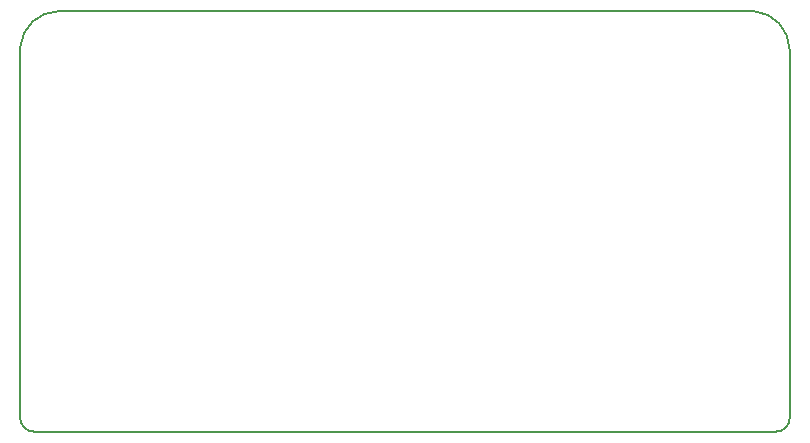
<source format=gbr>
G04 #@! TF.FileFunction,Profile,NP*
%FSLAX46Y46*%
G04 Gerber Fmt 4.6, Leading zero omitted, Abs format (unit mm)*
G04 Created by KiCad (PCBNEW 4.0.7) date 02/20/19 23:55:16*
%MOMM*%
%LPD*%
G01*
G04 APERTURE LIST*
%ADD10C,0.100000*%
%ADD11C,0.150000*%
G04 APERTURE END LIST*
D10*
D11*
X120522925Y-76974700D02*
G75*
G03X117221000Y-80032455I75J-3311755D01*
G01*
X182372000Y-111455200D02*
X182372000Y-80269000D01*
X117221295Y-111455770D02*
G75*
G03X118364000Y-112572800I1142705J25970D01*
G01*
X181203561Y-112574669D02*
G75*
G03X182372000Y-111455200I23846J1144621D01*
G01*
X182374135Y-80276700D02*
G75*
G03X179316380Y-76974700I-3311755J0D01*
G01*
X181203600Y-112572800D02*
X118364000Y-112572800D01*
X120523000Y-76974700D02*
X179311300Y-76974700D01*
X117221000Y-111455200D02*
X117221000Y-80030000D01*
M02*

</source>
